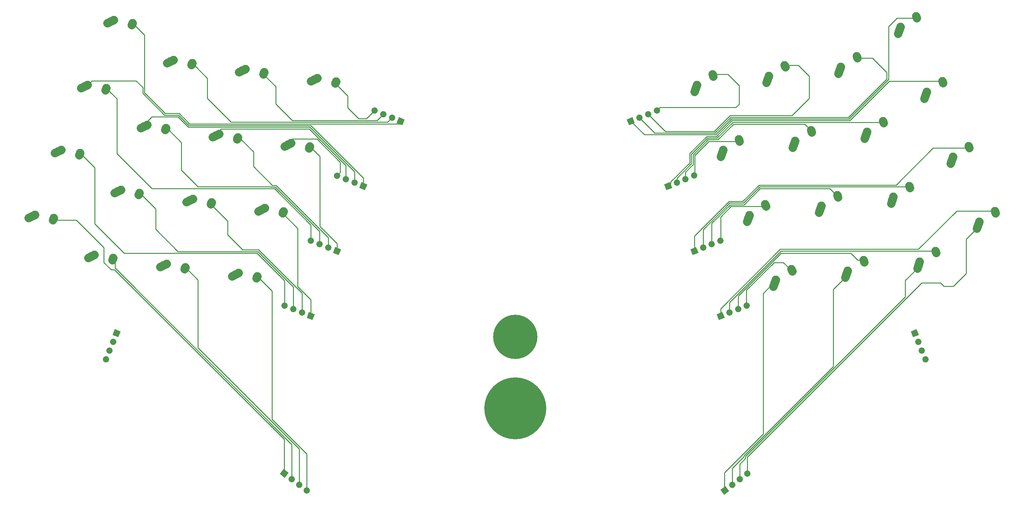
<source format=gbr>
G04 #@! TF.GenerationSoftware,KiCad,Pcbnew,(5.1.4)-1*
G04 #@! TF.CreationDate,2023-05-25T13:29:13-04:00*
G04 #@! TF.ProjectId,ThumbsUp,5468756d-6273-4557-902e-6b696361645f,rev?*
G04 #@! TF.SameCoordinates,Original*
G04 #@! TF.FileFunction,Copper,L1,Top*
G04 #@! TF.FilePolarity,Positive*
%FSLAX46Y46*%
G04 Gerber Fmt 4.6, Leading zero omitted, Abs format (unit mm)*
G04 Created by KiCad (PCBNEW (5.1.4)-1) date 2023-05-25 13:29:13*
%MOMM*%
%LPD*%
G04 APERTURE LIST*
%ADD10C,1.100000*%
%ADD11C,16.800000*%
%ADD12C,0.900000*%
%ADD13C,12.000000*%
%ADD14C,1.700000*%
%ADD15C,1.700000*%
%ADD16C,0.100000*%
%ADD17C,2.250000*%
%ADD18C,2.250000*%
%ADD19C,0.254000*%
G04 APERTURE END LIST*
D10*
X146854773Y-230145227D03*
X142400000Y-228300000D03*
X137945227Y-230145227D03*
X136100000Y-234600000D03*
X137945227Y-239054773D03*
X142400000Y-240900000D03*
X146854773Y-239054773D03*
X148700000Y-234600000D03*
D11*
X142400000Y-234600000D03*
D12*
X145581981Y-212018019D03*
X142400000Y-210700000D03*
X139218019Y-212018019D03*
X137900000Y-215200000D03*
X139218019Y-218381981D03*
X142400000Y-219700000D03*
X145581981Y-218381981D03*
X146900000Y-215200000D03*
D13*
X142400000Y-215200000D03*
D14*
X31579362Y-221257583D03*
D15*
X31579362Y-221257583D02*
X31579362Y-221257583D01*
D14*
X32530863Y-218902536D03*
D15*
X32530863Y-218902536D02*
X32530863Y-218902536D01*
D14*
X33482363Y-216547489D03*
D15*
X33482363Y-216547489D02*
X33482363Y-216547489D01*
D14*
X34433864Y-214192442D03*
D16*
G36*
X33327342Y-214662133D02*
G01*
X33964173Y-213085920D01*
X35540386Y-213722751D01*
X34903555Y-215298964D01*
X33327342Y-214662133D01*
X33327342Y-214662133D01*
G37*
D14*
X87002063Y-209546539D03*
D16*
G36*
X86532372Y-208440017D02*
G01*
X88108585Y-209076848D01*
X87471754Y-210653061D01*
X85895541Y-210016230D01*
X86532372Y-208440017D01*
X86532372Y-208440017D01*
G37*
D14*
X84647016Y-208595038D03*
D15*
X84647016Y-208595038D02*
X84647016Y-208595038D01*
D14*
X82291969Y-207643538D03*
D15*
X82291969Y-207643538D02*
X82291969Y-207643538D01*
D14*
X79936922Y-206692037D03*
D15*
X79936922Y-206692037D02*
X79936922Y-206692037D01*
D14*
X94119589Y-191930046D03*
D16*
G36*
X93649898Y-190823524D02*
G01*
X95226111Y-191460355D01*
X94589280Y-193036568D01*
X93013067Y-192399737D01*
X93649898Y-190823524D01*
X93649898Y-190823524D01*
G37*
D14*
X91764542Y-190978545D03*
D15*
X91764542Y-190978545D02*
X91764542Y-190978545D01*
D14*
X89409495Y-190027045D03*
D15*
X89409495Y-190027045D02*
X89409495Y-190027045D01*
D14*
X87054448Y-189075544D03*
D15*
X87054448Y-189075544D02*
X87054448Y-189075544D01*
D14*
X101237114Y-174313553D03*
D16*
G36*
X100767423Y-173207031D02*
G01*
X102343636Y-173843862D01*
X101706805Y-175420075D01*
X100130592Y-174783244D01*
X100767423Y-173207031D01*
X100767423Y-173207031D01*
G37*
D14*
X98882067Y-173362052D03*
D15*
X98882067Y-173362052D02*
X98882067Y-173362052D01*
D14*
X96527020Y-172410552D03*
D15*
X96527020Y-172410552D02*
X96527020Y-172410552D01*
D14*
X94171973Y-171459051D03*
D15*
X94171973Y-171459051D02*
X94171973Y-171459051D01*
D14*
X111354639Y-156697059D03*
D16*
G36*
X110884948Y-155590537D02*
G01*
X112461161Y-156227368D01*
X111824330Y-157803581D01*
X110248117Y-157166750D01*
X110884948Y-155590537D01*
X110884948Y-155590537D01*
G37*
D14*
X108999592Y-155745558D03*
D15*
X108999592Y-155745558D02*
X108999592Y-155745558D01*
D14*
X106644545Y-154794058D03*
D15*
X106644545Y-154794058D02*
X106644545Y-154794058D01*
D14*
X104289498Y-153842557D03*
D15*
X104289498Y-153842557D02*
X104289498Y-153842557D01*
D14*
X180726096Y-153840073D03*
D15*
X180726096Y-153840073D02*
X180726096Y-153840073D01*
D14*
X178371049Y-154791574D03*
D15*
X178371049Y-154791574D02*
X178371049Y-154791574D01*
D14*
X176016002Y-155743074D03*
D15*
X176016002Y-155743074D02*
X176016002Y-155743074D01*
D14*
X173660955Y-156694575D03*
D16*
G36*
X174767477Y-157164266D02*
G01*
X173191264Y-157801097D01*
X172554433Y-156224884D01*
X174130646Y-155588053D01*
X174767477Y-157164266D01*
X174767477Y-157164266D01*
G37*
D14*
X190843621Y-171456566D03*
D15*
X190843621Y-171456566D02*
X190843621Y-171456566D01*
D14*
X188488574Y-172408067D03*
D15*
X188488574Y-172408067D02*
X188488574Y-172408067D01*
D14*
X186133527Y-173359567D03*
D15*
X186133527Y-173359567D02*
X186133527Y-173359567D01*
D14*
X183778480Y-174311068D03*
D16*
G36*
X184885002Y-174780759D02*
G01*
X183308789Y-175417590D01*
X182671958Y-173841377D01*
X184248171Y-173204546D01*
X184885002Y-174780759D01*
X184885002Y-174780759D01*
G37*
D14*
X197961146Y-189073059D03*
D15*
X197961146Y-189073059D02*
X197961146Y-189073059D01*
D14*
X195606099Y-190024560D03*
D15*
X195606099Y-190024560D02*
X195606099Y-190024560D01*
D14*
X193251052Y-190976060D03*
D15*
X193251052Y-190976060D02*
X193251052Y-190976060D01*
D14*
X190896005Y-191927561D03*
D16*
G36*
X192002527Y-192397252D02*
G01*
X190426314Y-193034083D01*
X189789483Y-191457870D01*
X191365696Y-190821039D01*
X192002527Y-192397252D01*
X192002527Y-192397252D01*
G37*
D14*
X205078671Y-206689552D03*
D15*
X205078671Y-206689552D02*
X205078671Y-206689552D01*
D14*
X202723624Y-207641053D03*
D15*
X202723624Y-207641053D02*
X202723624Y-207641053D01*
D14*
X200368577Y-208592553D03*
D15*
X200368577Y-208592553D02*
X200368577Y-208592553D01*
D14*
X198013530Y-209544054D03*
D16*
G36*
X199120052Y-210013745D02*
G01*
X197543839Y-210650576D01*
X196907008Y-209074363D01*
X198483221Y-208437532D01*
X199120052Y-210013745D01*
X199120052Y-210013745D01*
G37*
D14*
X253436232Y-221255098D03*
D15*
X253436232Y-221255098D02*
X253436232Y-221255098D01*
D14*
X252484731Y-218900051D03*
D15*
X252484731Y-218900051D02*
X252484731Y-218900051D01*
D14*
X251533231Y-216545004D03*
D15*
X251533231Y-216545004D02*
X251533231Y-216545004D01*
D14*
X250581730Y-214189957D03*
D16*
G36*
X250112039Y-215296479D02*
G01*
X249475208Y-213720266D01*
X251051421Y-213083435D01*
X251688252Y-214659648D01*
X250112039Y-215296479D01*
X250112039Y-215296479D01*
G37*
D14*
X199105676Y-256815353D03*
D16*
G36*
X200296059Y-256982650D02*
G01*
X198938379Y-258005736D01*
X197915293Y-256648056D01*
X199272973Y-255624970D01*
X200296059Y-256982650D01*
X200296059Y-256982650D01*
G37*
D14*
X201134210Y-255286743D03*
D15*
X201134210Y-255286743D02*
X201134210Y-255286743D01*
D14*
X203162744Y-253758133D03*
D15*
X203162744Y-253758133D02*
X203162744Y-253758133D01*
D14*
X205191279Y-252229523D03*
D15*
X205191279Y-252229523D02*
X205191279Y-252229523D01*
D14*
X85936497Y-256811130D03*
D15*
X85936497Y-256811130D02*
X85936497Y-256811130D01*
D14*
X83907962Y-255282520D03*
D15*
X83907962Y-255282520D02*
X83907962Y-255282520D01*
D14*
X81879428Y-253753910D03*
D15*
X81879428Y-253753910D02*
X81879428Y-253753910D01*
D14*
X79850894Y-252225300D03*
D16*
G36*
X80018191Y-253415683D02*
G01*
X78660511Y-252392597D01*
X79683597Y-251034917D01*
X81041277Y-252058003D01*
X80018191Y-253415683D01*
X80018191Y-253415683D01*
G37*
D17*
X246672668Y-131104343D03*
X246338826Y-132026554D03*
D18*
X246004983Y-132948766D02*
X246672669Y-131104342D01*
D17*
X250941099Y-128214967D03*
X251031192Y-128491342D03*
D18*
X251121284Y-128767718D02*
X250941100Y-128214966D01*
D17*
X234913125Y-139317603D03*
D18*
X235003217Y-139593979D02*
X234823033Y-139041227D01*
D17*
X234823032Y-139041228D03*
X230220759Y-142852815D03*
D18*
X229886916Y-143775027D02*
X230554602Y-141930603D01*
D17*
X230554601Y-141930604D03*
X215423599Y-141799209D03*
D18*
X215513691Y-142075585D02*
X215333507Y-141522833D01*
D17*
X215333506Y-141522834D03*
X210731233Y-145334421D03*
D18*
X210397390Y-146256633D02*
X211065076Y-144412209D01*
D17*
X211065075Y-144412210D03*
X191575549Y-146893816D03*
X191241707Y-147816027D03*
D18*
X190907864Y-148738239D02*
X191575550Y-146893815D01*
D17*
X195843980Y-144004440D03*
X195934073Y-144280815D03*
D18*
X196024165Y-144557191D02*
X195843981Y-144004439D01*
D17*
X88804126Y-145023268D03*
X87923358Y-145454745D03*
D18*
X87042589Y-145886222D02*
X88804127Y-145023268D01*
D17*
X93881707Y-145909927D03*
X93754528Y-146171318D03*
D18*
X93627348Y-146432709D02*
X93881708Y-145909927D01*
D17*
X74265002Y-143689712D03*
D18*
X74137822Y-143951103D02*
X74392182Y-143428321D01*
D17*
X74392181Y-143428321D03*
X68433832Y-142973139D03*
D18*
X67553063Y-143404616D02*
X69314601Y-142541662D01*
D17*
X69314600Y-142541662D03*
X54775475Y-141208106D03*
D18*
X54648295Y-141469497D02*
X54902655Y-140946715D01*
D17*
X54902654Y-140946715D03*
X48944305Y-140491533D03*
D18*
X48063536Y-140923010D02*
X49825074Y-140060056D01*
D17*
X49825073Y-140060056D03*
X33707006Y-129233795D03*
X32826238Y-129665272D03*
D18*
X31945469Y-130096749D02*
X33707007Y-129233795D01*
D17*
X38784587Y-130120454D03*
X38657408Y-130381845D03*
D18*
X38530228Y-130643236D02*
X38784588Y-130120454D01*
D17*
X268025244Y-183953823D03*
X267691402Y-184876034D03*
D18*
X267357559Y-185798246D02*
X268025245Y-183953822D01*
D17*
X272293675Y-181064447D03*
X272383768Y-181340822D03*
D18*
X272473860Y-181617198D02*
X272293676Y-181064446D01*
D17*
X260907719Y-166337329D03*
X260573877Y-167259540D03*
D18*
X260240034Y-168181752D02*
X260907720Y-166337328D01*
D17*
X265176150Y-163447953D03*
X265266243Y-163724328D03*
D18*
X265356335Y-164000704D02*
X265176151Y-163447952D01*
D17*
X253790194Y-148720836D03*
X253456352Y-149643047D03*
D18*
X253122509Y-150565259D02*
X253790195Y-148720835D01*
D17*
X258058625Y-145831460D03*
X258148718Y-146107835D03*
D18*
X258238810Y-146384211D02*
X258058626Y-145831459D01*
D17*
X256265701Y-192167082D03*
D18*
X256355793Y-192443458D02*
X256175609Y-191890706D01*
D17*
X256175608Y-191890707D03*
X251573335Y-195702294D03*
D18*
X251239492Y-196624506D02*
X251907178Y-194780082D01*
D17*
X251907177Y-194780083D03*
X249148176Y-174550589D03*
D18*
X249238268Y-174826965D02*
X249058084Y-174274213D01*
D17*
X249058083Y-174274214D03*
X244455810Y-178085801D03*
D18*
X244121967Y-179008013D02*
X244789653Y-177163589D01*
D17*
X244789652Y-177163590D03*
X242030651Y-156934096D03*
D18*
X242120743Y-157210472D02*
X241940559Y-156657720D01*
D17*
X241940558Y-156657721D03*
X237338285Y-160469308D03*
D18*
X237004442Y-161391520D02*
X237672128Y-159547096D01*
D17*
X237672127Y-159547097D03*
X236776175Y-194648688D03*
D18*
X236866267Y-194925064D02*
X236686083Y-194372312D01*
D17*
X236686082Y-194372313D03*
X232083809Y-198183900D03*
D18*
X231749966Y-199106112D02*
X232417652Y-197261688D01*
D17*
X232417651Y-197261689D03*
X229658650Y-177032195D03*
D18*
X229748742Y-177308571D02*
X229568558Y-176755819D01*
D17*
X229568557Y-176755820D03*
X224966284Y-180567407D03*
D18*
X224632441Y-181489619D02*
X225300127Y-179645195D01*
D17*
X225300126Y-179645196D03*
X222541125Y-159415702D03*
D18*
X222631217Y-159692078D02*
X222451033Y-159139326D01*
D17*
X222451032Y-159139327D03*
X217848759Y-162950914D03*
D18*
X217514916Y-163873126D02*
X218182602Y-162028702D01*
D17*
X218182601Y-162028703D03*
X212928125Y-199727781D03*
X212594283Y-200649992D03*
D18*
X212260440Y-201572204D02*
X212928126Y-199727780D01*
D17*
X217196556Y-196838405D03*
X217286649Y-197114780D03*
D18*
X217376741Y-197391156D02*
X217196557Y-196838404D01*
D17*
X205810600Y-182126802D03*
X205476758Y-183049013D03*
D18*
X205142915Y-183971225D02*
X205810601Y-182126801D01*
D17*
X210079031Y-179237426D03*
X210169124Y-179513801D03*
D18*
X210259216Y-179790177D02*
X210079032Y-179237425D01*
D17*
X198693074Y-164510309D03*
X198359232Y-165432520D03*
D18*
X198025389Y-166354732D02*
X198693075Y-164510308D01*
D17*
X202961505Y-161620933D03*
X203051598Y-161897308D03*
D18*
X203141690Y-162173684D02*
X202961506Y-161620932D01*
D17*
X67451550Y-197872747D03*
X66570782Y-198304224D03*
D18*
X65690013Y-198735701D02*
X67451551Y-197872747D01*
D17*
X72529131Y-198759406D03*
X72401952Y-199020797D03*
D18*
X72274772Y-199282188D02*
X72529132Y-198759406D01*
D17*
X74569075Y-180256254D03*
X73688307Y-180687731D03*
D18*
X72807538Y-181119208D02*
X74569076Y-180256254D01*
D17*
X79646656Y-181142913D03*
X79519477Y-181404304D03*
D18*
X79392297Y-181665695D02*
X79646657Y-181142913D01*
D17*
X81686600Y-162639761D03*
X80805832Y-163071238D03*
D18*
X79925063Y-163502715D02*
X81686601Y-162639761D01*
D17*
X86764181Y-163526420D03*
X86637002Y-163787811D03*
D18*
X86509822Y-164049202D02*
X86764182Y-163526420D01*
D17*
X52912426Y-196539191D03*
D18*
X52785246Y-196800582D02*
X53039606Y-196277800D01*
D17*
X53039605Y-196277800D03*
X47081256Y-195822618D03*
D18*
X46200487Y-196254095D02*
X47962025Y-195391141D01*
D17*
X47962024Y-195391141D03*
X60029951Y-178922698D03*
D18*
X59902771Y-179184089D02*
X60157131Y-178661307D01*
D17*
X60157130Y-178661307D03*
X54198781Y-178206125D03*
D18*
X53318012Y-178637602D02*
X55079550Y-177774648D01*
D17*
X55079549Y-177774648D03*
X67147476Y-161306205D03*
D18*
X67020296Y-161567596D02*
X67274656Y-161044814D01*
D17*
X67274655Y-161044814D03*
X61316306Y-160589632D03*
D18*
X60435537Y-161021109D02*
X62197075Y-160158155D01*
D17*
X62197074Y-160158155D03*
X33422900Y-194057585D03*
D18*
X33295720Y-194318976D02*
X33550080Y-193796194D01*
D17*
X33550079Y-193796194D03*
X27591730Y-193341012D03*
D18*
X26710961Y-193772489D02*
X28472499Y-192909535D01*
D17*
X28472498Y-192909535D03*
X40540425Y-176441092D03*
D18*
X40413245Y-176702483D02*
X40667605Y-176179701D01*
D17*
X40667604Y-176179701D03*
X34709255Y-175724519D03*
D18*
X33828486Y-176155996D02*
X35590024Y-175293042D01*
D17*
X35590023Y-175293042D03*
X47657950Y-158824599D03*
D18*
X47530770Y-159085990D02*
X47785130Y-158563208D01*
D17*
X47785129Y-158563208D03*
X41826780Y-158108026D03*
D18*
X40946011Y-158539503D02*
X42707549Y-157676549D01*
D17*
X42707548Y-157676549D03*
X12354431Y-182083275D03*
X11473663Y-182514752D03*
D18*
X10592894Y-182946229D02*
X12354432Y-182083275D01*
D17*
X17432012Y-182969934D03*
X17304833Y-183231325D03*
D18*
X17177653Y-183492716D02*
X17432013Y-182969934D01*
D17*
X19471956Y-164466781D03*
X18591188Y-164898258D03*
D18*
X17710419Y-165329735D02*
X19471957Y-164466781D01*
D17*
X24549537Y-165353440D03*
X24422358Y-165614831D03*
D18*
X24295178Y-165876222D02*
X24549538Y-165353440D01*
D17*
X26589481Y-146850288D03*
X25708713Y-147281765D03*
D18*
X24827944Y-147713242D02*
X26589482Y-146850288D01*
D17*
X31667062Y-147736947D03*
X31539883Y-147998338D03*
D18*
X31412703Y-148259729D02*
X31667063Y-147736947D01*
D19*
X97000000Y-149805361D02*
X93627348Y-146432709D01*
X97000000Y-153000000D02*
X97000000Y-149805361D01*
X100000000Y-156000000D02*
X97000000Y-153000000D01*
X104289498Y-153842557D02*
X102132055Y-156000000D01*
X102132055Y-156000000D02*
X100000000Y-156000000D01*
X74137822Y-143951103D02*
X77500000Y-147313281D01*
X82000000Y-156500000D02*
X104938603Y-156500000D01*
X105794546Y-155644057D02*
X106644545Y-154794058D01*
X104938603Y-156500000D02*
X105794546Y-155644057D01*
X77500000Y-152000000D02*
X82000000Y-156500000D01*
X77500000Y-147313281D02*
X77500000Y-152000000D01*
X108999592Y-155745558D02*
X107791139Y-156954011D01*
X107791139Y-156954011D02*
X65454011Y-156954011D01*
X59000000Y-150500000D02*
X59000000Y-145044061D01*
X65454011Y-156954011D02*
X59000000Y-150500000D01*
X56027653Y-142071714D02*
X54902654Y-140946715D01*
X59000000Y-145044061D02*
X56027653Y-142071714D01*
X39909586Y-131245453D02*
X38784587Y-130120454D01*
X42000000Y-133335867D02*
X39909586Y-131245453D01*
X111354639Y-157145361D02*
X111091978Y-157408022D01*
X42000000Y-149000000D02*
X42000000Y-133335867D01*
X111091978Y-157408022D02*
X54192158Y-157408022D01*
X111354639Y-156697059D02*
X111354639Y-157145361D01*
X54192158Y-157408022D02*
X51376114Y-154591978D01*
X51376114Y-154591978D02*
X47591978Y-154591978D01*
X47591978Y-154591978D02*
X42000000Y-149000000D01*
X86981597Y-157862032D02*
X54004100Y-157862032D01*
X101237114Y-174313553D02*
X101237114Y-172117549D01*
X41545989Y-149188057D02*
X41545989Y-147545989D01*
X41545989Y-147545989D02*
X39725289Y-145725289D01*
X101237114Y-172117549D02*
X86981597Y-157862032D01*
X54004100Y-157862032D02*
X51188057Y-155045989D01*
X47403920Y-155045988D02*
X41545989Y-149188057D01*
X27714480Y-145725289D02*
X26589481Y-146850288D01*
X39725289Y-145725289D02*
X27714480Y-145725289D01*
X51188057Y-155045989D02*
X47403920Y-155045988D01*
X43985514Y-155500000D02*
X40946011Y-158539503D01*
X98882067Y-173362052D02*
X98882067Y-170404570D01*
X51000000Y-155500000D02*
X43985514Y-155500000D01*
X53816042Y-158316042D02*
X51000000Y-155500000D01*
X98882067Y-170404570D02*
X86793539Y-158316042D01*
X86793539Y-158316042D02*
X53816042Y-158316042D01*
X62686594Y-158770052D02*
X60435537Y-161021109D01*
X86605481Y-158770052D02*
X62686594Y-158770052D01*
X96527020Y-172410552D02*
X96527020Y-168691591D01*
X96527020Y-168691591D02*
X86605481Y-158770052D01*
X88708123Y-161514762D02*
X81913016Y-161514762D01*
X95021972Y-170609052D02*
X95021972Y-167828611D01*
X94171973Y-171459051D02*
X95021972Y-170609052D01*
X81913016Y-161514762D02*
X79925063Y-163502715D01*
X95021972Y-167828611D02*
X88708123Y-161514762D01*
X87889180Y-164651419D02*
X86764181Y-163526420D01*
X94119589Y-191930046D02*
X94119589Y-189835453D01*
X89500000Y-166262239D02*
X87889180Y-164651419D01*
X89500000Y-185215864D02*
X89500000Y-166262239D01*
X94119589Y-189835453D02*
X89500000Y-185215864D01*
X91764542Y-188264542D02*
X77591978Y-174091978D01*
X68067596Y-161567596D02*
X67020296Y-161567596D01*
X91764542Y-190978545D02*
X91764542Y-188264542D01*
X77591978Y-174091978D02*
X76591978Y-174091978D01*
X76591978Y-174091978D02*
X71500000Y-169000000D01*
X71500000Y-169000000D02*
X71500000Y-165000000D01*
X71500000Y-165000000D02*
X68067596Y-161567596D01*
X48585990Y-159085990D02*
X47530770Y-159085990D01*
X52000000Y-162500000D02*
X48585990Y-159085990D01*
X89409495Y-186551563D02*
X77403921Y-174545989D01*
X89409495Y-190027045D02*
X89409495Y-186551563D01*
X52000000Y-170000000D02*
X52000000Y-162500000D01*
X77403921Y-174545989D02*
X76264409Y-174545989D01*
X76264409Y-174545989D02*
X76218420Y-174500000D01*
X76218420Y-174500000D02*
X56500000Y-174500000D01*
X56500000Y-174500000D02*
X52000000Y-170000000D01*
X32792061Y-148861946D02*
X31667062Y-147736947D01*
X87054448Y-184838584D02*
X77215864Y-175000000D01*
X87054448Y-189075544D02*
X87054448Y-184838584D01*
X77215864Y-175000000D02*
X44000000Y-175000000D01*
X44000000Y-175000000D02*
X34500000Y-165500000D01*
X34500000Y-165500000D02*
X34500000Y-150569885D01*
X34500000Y-150569885D02*
X32792061Y-148861946D01*
X87002063Y-205075859D02*
X87002063Y-208529785D01*
X83500000Y-185773398D02*
X83500000Y-201573796D01*
X79392297Y-181665695D02*
X83500000Y-185773398D01*
X83500000Y-201573796D02*
X87002063Y-205075859D01*
X87002063Y-208529785D02*
X87002063Y-209546539D01*
X64500000Y-183781318D02*
X59902771Y-179184089D01*
X64500000Y-187500000D02*
X64500000Y-183781318D01*
X68591978Y-191591978D02*
X64500000Y-187500000D01*
X72876114Y-191591978D02*
X68591978Y-191591978D01*
X84647016Y-208595038D02*
X84647016Y-203362880D01*
X84647016Y-203362880D02*
X72876114Y-191591978D01*
X41202483Y-176702483D02*
X40413245Y-176702483D01*
X82291969Y-201649901D02*
X72688057Y-192045989D01*
X72688057Y-192045989D02*
X51045989Y-192045989D01*
X82291969Y-207643538D02*
X82291969Y-201649901D01*
X51045989Y-192045989D02*
X45000000Y-186000000D01*
X45000000Y-186000000D02*
X45000000Y-180500000D01*
X45000000Y-180500000D02*
X41202483Y-176702483D01*
X28500000Y-169303903D02*
X24549537Y-165353440D01*
X28500000Y-184500000D02*
X28500000Y-169303903D01*
X79936922Y-206692037D02*
X79936922Y-199936922D01*
X79936922Y-199936922D02*
X72500000Y-192500000D01*
X72500000Y-192500000D02*
X36500000Y-192500000D01*
X36500000Y-192500000D02*
X28500000Y-184500000D01*
X73051913Y-199282188D02*
X72274772Y-199282188D01*
X76500000Y-202730275D02*
X73051913Y-199282188D01*
X76500000Y-237500000D02*
X76500000Y-202730275D01*
X85936497Y-256811130D02*
X85936497Y-246936497D01*
X85936497Y-246936497D02*
X76500000Y-237500000D01*
X53562387Y-196800582D02*
X52785246Y-196800582D01*
X56500000Y-199738195D02*
X53562387Y-196800582D01*
X56500000Y-218142068D02*
X56500000Y-199738195D01*
X83907962Y-255282520D02*
X83907962Y-245550030D01*
X83907962Y-245550030D02*
X56500000Y-218142068D01*
X34072861Y-194318976D02*
X33295720Y-194318976D01*
X34000000Y-194391837D02*
X34072861Y-194318976D01*
X34000000Y-196500000D02*
X34000000Y-194391837D01*
X81879428Y-253753910D02*
X81879428Y-244379428D01*
X81879428Y-244379428D02*
X34000000Y-196500000D01*
X31000000Y-195000000D02*
X31000000Y-191000000D01*
X31000000Y-191000000D02*
X23492716Y-183492716D01*
X23492716Y-183492716D02*
X17177653Y-183492716D01*
X33000000Y-197000000D02*
X31000000Y-195000000D01*
X79850894Y-242992962D02*
X33857932Y-197000000D01*
X79850894Y-252225300D02*
X79850894Y-242992962D01*
X33857932Y-197000000D02*
X33000000Y-197000000D01*
X214985585Y-195000000D02*
X217376741Y-197391156D01*
X212500000Y-195000000D02*
X214985585Y-195000000D01*
X205000000Y-202500000D02*
X212500000Y-195000000D01*
X205078671Y-206689552D02*
X205000000Y-206610881D01*
X205000000Y-206610881D02*
X205000000Y-202500000D01*
X235095092Y-194372313D02*
X236686082Y-194372313D01*
X233222779Y-192500000D02*
X235095092Y-194372313D01*
X214357932Y-192500000D02*
X233222779Y-192500000D01*
X202723624Y-207641053D02*
X202723624Y-204134308D01*
X202723624Y-204134308D02*
X214357932Y-192500000D01*
X254584618Y-191890707D02*
X256175608Y-191890707D01*
X214325157Y-191890707D02*
X254584618Y-191890707D01*
X200368577Y-208592553D02*
X200368577Y-205847287D01*
X200368577Y-205847287D02*
X214325157Y-191890707D01*
X270702685Y-181064447D02*
X272293675Y-181064447D01*
X261935553Y-181064447D02*
X270702685Y-181064447D01*
X251563304Y-191436696D02*
X261935553Y-181064447D01*
X214137100Y-191436696D02*
X251563304Y-191436696D01*
X198013530Y-209544054D02*
X198013530Y-207560266D01*
X198013530Y-207560266D02*
X214137100Y-191436696D01*
X200854043Y-179790177D02*
X210259216Y-179790177D01*
X198000000Y-182644220D02*
X200854043Y-179790177D01*
X197961146Y-189073059D02*
X198000000Y-189034205D01*
X198000000Y-189034205D02*
X198000000Y-182644220D01*
X229366693Y-176755820D02*
X229568557Y-176755820D01*
X195606099Y-184396053D02*
X200665986Y-179336166D01*
X195606099Y-190024560D02*
X195606099Y-184396053D01*
X200665986Y-179336166D02*
X204351376Y-179336166D01*
X204351376Y-179336166D02*
X208687542Y-175000000D01*
X208687542Y-175000000D02*
X227610873Y-175000000D01*
X227610873Y-175000000D02*
X229366693Y-176755820D01*
X193251052Y-186109032D02*
X200477929Y-178882155D01*
X193251052Y-190976060D02*
X193251052Y-186109032D01*
X200477929Y-178882155D02*
X204163320Y-178882154D01*
X204163320Y-178882154D02*
X208591463Y-174454011D01*
X208591463Y-174454011D02*
X248865314Y-174454011D01*
X249058083Y-174646780D02*
X249058083Y-174274214D01*
X248865314Y-174454011D02*
X249058083Y-174646780D01*
X208403406Y-174000000D02*
X245500000Y-174000000D01*
X203975262Y-178428144D02*
X208403406Y-174000000D01*
X200289872Y-178428144D02*
X203975262Y-178428144D01*
X245500000Y-174000000D02*
X255499296Y-164000704D01*
X255499296Y-164000704D02*
X265356335Y-164000704D01*
X190896005Y-187822011D02*
X200289872Y-178428144D01*
X190896005Y-191927561D02*
X190896005Y-187822011D01*
X191000000Y-166000000D02*
X194826316Y-162173684D01*
X191000000Y-171300187D02*
X191000000Y-166000000D01*
X190843621Y-171456566D02*
X191000000Y-171300187D01*
X194826316Y-162173684D02*
X203141690Y-162173684D01*
X194638259Y-161719673D02*
X197280327Y-161719673D01*
X220811705Y-157500000D02*
X221326033Y-158014328D01*
X188488574Y-172408067D02*
X188488574Y-170511426D01*
X201500000Y-157500000D02*
X220811705Y-157500000D01*
X221326033Y-158014328D02*
X222451032Y-159139327D01*
X188488574Y-170511426D02*
X190545989Y-168454011D01*
X190545989Y-168454011D02*
X190545990Y-165811942D01*
X190545990Y-165811942D02*
X194638259Y-161719673D01*
X197280327Y-161719673D02*
X201500000Y-157500000D01*
X241910271Y-157000000D02*
X242120743Y-157210472D01*
X190091979Y-168199034D02*
X190091980Y-165623884D01*
X186133527Y-173359567D02*
X186133527Y-172157486D01*
X201291013Y-157000000D02*
X241910271Y-157000000D01*
X197025350Y-161265662D02*
X201291013Y-157000000D01*
X194450202Y-161265662D02*
X197025350Y-161265662D01*
X190091980Y-165623884D02*
X194450202Y-161265662D01*
X186133527Y-172157486D02*
X190091979Y-168199034D01*
X232954011Y-156545989D02*
X243668540Y-145831460D01*
X183778480Y-174311068D02*
X184502137Y-173587411D01*
X184502137Y-173146810D02*
X189637969Y-168010976D01*
X189637969Y-168010976D02*
X189637970Y-165435826D01*
X189637970Y-165435826D02*
X194262145Y-160811651D01*
X243668540Y-145831460D02*
X256467635Y-145831460D01*
X256467635Y-145831460D02*
X258058625Y-145831460D01*
X196837293Y-160811651D02*
X201102956Y-156545989D01*
X201102956Y-156545989D02*
X232954011Y-156545989D01*
X184502137Y-173587411D02*
X184502137Y-173146810D01*
X194262145Y-160811651D02*
X196837293Y-160811651D01*
X245732282Y-128767718D02*
X251121284Y-128767718D01*
X173660955Y-156694575D02*
X177324020Y-160357640D01*
X232765954Y-156091978D02*
X243500000Y-145357932D01*
X243500000Y-131000000D02*
X245732282Y-128767718D01*
X243500000Y-145357932D02*
X243500000Y-131000000D01*
X200908022Y-156091978D02*
X232765954Y-156091978D01*
X196642360Y-160357640D02*
X200908022Y-156091978D01*
X177324020Y-160357640D02*
X196642360Y-160357640D01*
X232577897Y-155637967D02*
X243000000Y-145215864D01*
X243000000Y-145215864D02*
X243000000Y-143500000D01*
X243000000Y-143500000D02*
X239093979Y-139593979D01*
X239093979Y-139593979D02*
X235003217Y-139593979D01*
X200719965Y-155637967D02*
X232577897Y-155637967D01*
X196454303Y-159903629D02*
X200719965Y-155637967D01*
X180176557Y-159903629D02*
X196454303Y-159903629D01*
X176016002Y-155743074D02*
X180176557Y-159903629D01*
X219022834Y-141522834D02*
X216924496Y-141522834D01*
X196266246Y-159449618D02*
X200531908Y-155183956D01*
X200531908Y-155183956D02*
X217316044Y-155183956D01*
X178371049Y-154791574D02*
X183029093Y-159449618D01*
X222000000Y-150500000D02*
X222000000Y-144500000D01*
X222000000Y-144500000D02*
X219022834Y-141522834D01*
X183029093Y-159449618D02*
X196266246Y-159449618D01*
X216924496Y-141522834D02*
X215333506Y-141522834D01*
X217316044Y-155183956D02*
X222000000Y-150500000D01*
X202083722Y-152990074D02*
X203000000Y-152073796D01*
X180726096Y-153840073D02*
X181576095Y-152990074D01*
X200004440Y-144004440D02*
X197434970Y-144004440D01*
X181576095Y-152990074D02*
X202083722Y-152990074D01*
X203000000Y-152073796D02*
X203000000Y-147000000D01*
X203000000Y-147000000D02*
X200004440Y-144004440D01*
X197434970Y-144004440D02*
X195843980Y-144004440D01*
X264500000Y-188655805D02*
X267357559Y-185798246D01*
X261000000Y-201500000D02*
X264500000Y-198000000D01*
X258500000Y-201500000D02*
X261000000Y-201500000D01*
X257500000Y-200500000D02*
X258500000Y-201500000D01*
X205191279Y-252229523D02*
X205191279Y-247808721D01*
X205191279Y-247808721D02*
X252500000Y-200500000D01*
X264500000Y-198000000D02*
X264500000Y-188655805D01*
X252500000Y-200500000D02*
X257500000Y-200500000D01*
X204737268Y-248120664D02*
X204737269Y-247620663D01*
X248000000Y-199863998D02*
X251239492Y-196624506D01*
X248000000Y-204357932D02*
X248000000Y-199863998D01*
X203162744Y-249695188D02*
X204737268Y-248120664D01*
X204737269Y-247620663D02*
X248000000Y-204357932D01*
X203162744Y-253758133D02*
X203162744Y-249695188D01*
X228500000Y-223215864D02*
X204283259Y-247432607D01*
X228500000Y-202356078D02*
X228500000Y-223215864D01*
X204283258Y-247716742D02*
X201134210Y-250865790D01*
X204283259Y-247432607D02*
X204283258Y-247716742D01*
X201134210Y-254084662D02*
X201134210Y-255286743D01*
X201134210Y-250865790D02*
X201134210Y-254084662D01*
X231749966Y-199106112D02*
X228500000Y-202356078D01*
X211344118Y-201572204D02*
X212260440Y-201572204D01*
X209500000Y-203416322D02*
X211344118Y-201572204D01*
X209500000Y-241500000D02*
X209500000Y-203416322D01*
X199000000Y-252000000D02*
X209500000Y-241500000D01*
X199105676Y-256815353D02*
X199000000Y-256709677D01*
X199000000Y-256709677D02*
X199000000Y-252000000D01*
M02*

</source>
